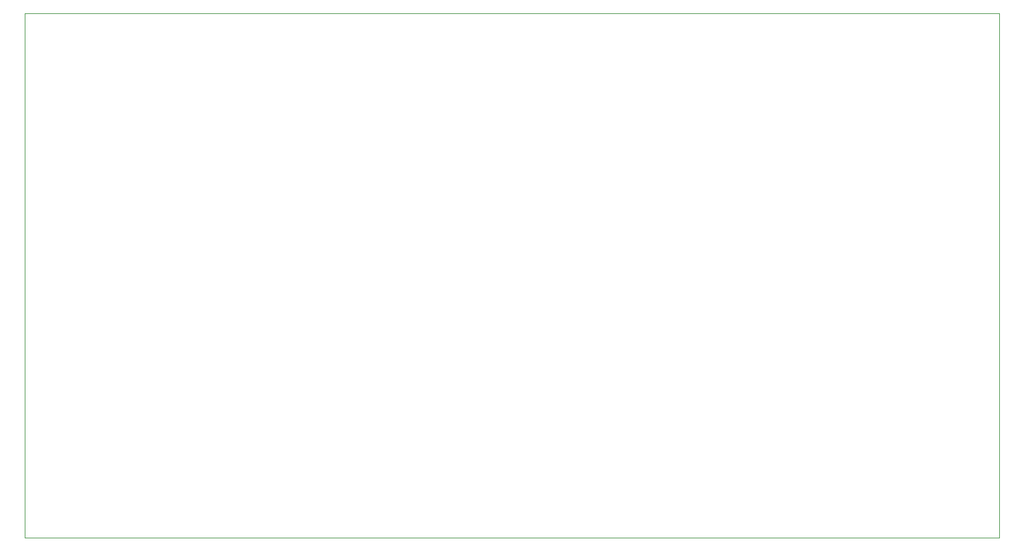
<source format=gbr>
%TF.GenerationSoftware,KiCad,Pcbnew,7.0.7*%
%TF.CreationDate,2023-10-27T23:14:04+02:00*%
%TF.ProjectId,ProstheticHandV2,50726f73-7468-4657-9469-6348616e6456,rev?*%
%TF.SameCoordinates,Original*%
%TF.FileFunction,Profile,NP*%
%FSLAX46Y46*%
G04 Gerber Fmt 4.6, Leading zero omitted, Abs format (unit mm)*
G04 Created by KiCad (PCBNEW 7.0.7) date 2023-10-27 23:14:04*
%MOMM*%
%LPD*%
G01*
G04 APERTURE LIST*
%TA.AperFunction,Profile*%
%ADD10C,0.100000*%
%TD*%
G04 APERTURE END LIST*
D10*
X100000000Y-50000000D02*
X230000000Y-50000000D01*
X230000000Y-120000000D01*
X100000000Y-120000000D01*
X100000000Y-50000000D01*
M02*

</source>
